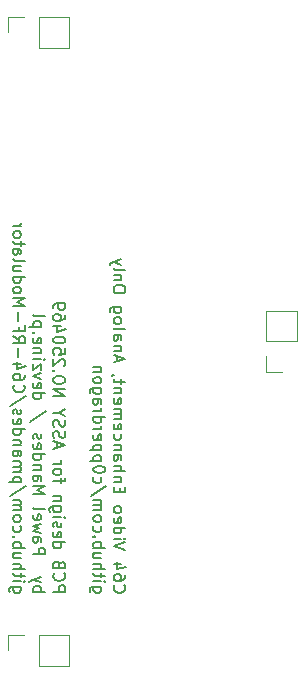
<source format=gbr>
G04 #@! TF.GenerationSoftware,KiCad,Pcbnew,(5.1.9)-1*
G04 #@! TF.CreationDate,2021-03-15T23:42:34+01:00*
G04 #@! TF.ProjectId,rfreplacement,72667265-706c-4616-9365-6d656e742e6b,rev?*
G04 #@! TF.SameCoordinates,Original*
G04 #@! TF.FileFunction,Legend,Bot*
G04 #@! TF.FilePolarity,Positive*
%FSLAX46Y46*%
G04 Gerber Fmt 4.6, Leading zero omitted, Abs format (unit mm)*
G04 Created by KiCad (PCBNEW (5.1.9)-1) date 2021-03-15 23:42:34*
%MOMM*%
%LPD*%
G01*
G04 APERTURE LIST*
%ADD10C,0.200000*%
%ADD11C,0.120000*%
G04 APERTURE END LIST*
D10*
X130892857Y-103708476D02*
X130845238Y-103756095D01*
X130797619Y-103898952D01*
X130797619Y-103994190D01*
X130845238Y-104137047D01*
X130940476Y-104232285D01*
X131035714Y-104279904D01*
X131226190Y-104327523D01*
X131369047Y-104327523D01*
X131559523Y-104279904D01*
X131654761Y-104232285D01*
X131750000Y-104137047D01*
X131797619Y-103994190D01*
X131797619Y-103898952D01*
X131750000Y-103756095D01*
X131702380Y-103708476D01*
X131797619Y-102851333D02*
X131797619Y-103041809D01*
X131750000Y-103137047D01*
X131702380Y-103184666D01*
X131559523Y-103279904D01*
X131369047Y-103327523D01*
X130988095Y-103327523D01*
X130892857Y-103279904D01*
X130845238Y-103232285D01*
X130797619Y-103137047D01*
X130797619Y-102946571D01*
X130845238Y-102851333D01*
X130892857Y-102803714D01*
X130988095Y-102756095D01*
X131226190Y-102756095D01*
X131321428Y-102803714D01*
X131369047Y-102851333D01*
X131416666Y-102946571D01*
X131416666Y-103137047D01*
X131369047Y-103232285D01*
X131321428Y-103279904D01*
X131226190Y-103327523D01*
X131464285Y-101898952D02*
X130797619Y-101898952D01*
X131845238Y-102137047D02*
X131130952Y-102375142D01*
X131130952Y-101756095D01*
X131797619Y-100756095D02*
X130797619Y-100422761D01*
X131797619Y-100089428D01*
X130797619Y-99756095D02*
X131464285Y-99756095D01*
X131797619Y-99756095D02*
X131750000Y-99803714D01*
X131702380Y-99756095D01*
X131750000Y-99708476D01*
X131797619Y-99756095D01*
X131702380Y-99756095D01*
X130797619Y-98851333D02*
X131797619Y-98851333D01*
X130845238Y-98851333D02*
X130797619Y-98946571D01*
X130797619Y-99137047D01*
X130845238Y-99232285D01*
X130892857Y-99279904D01*
X130988095Y-99327523D01*
X131273809Y-99327523D01*
X131369047Y-99279904D01*
X131416666Y-99232285D01*
X131464285Y-99137047D01*
X131464285Y-98946571D01*
X131416666Y-98851333D01*
X130845238Y-97994190D02*
X130797619Y-98089428D01*
X130797619Y-98279904D01*
X130845238Y-98375142D01*
X130940476Y-98422761D01*
X131321428Y-98422761D01*
X131416666Y-98375142D01*
X131464285Y-98279904D01*
X131464285Y-98089428D01*
X131416666Y-97994190D01*
X131321428Y-97946571D01*
X131226190Y-97946571D01*
X131130952Y-98422761D01*
X130797619Y-97375142D02*
X130845238Y-97470380D01*
X130892857Y-97518000D01*
X130988095Y-97565619D01*
X131273809Y-97565619D01*
X131369047Y-97518000D01*
X131416666Y-97470380D01*
X131464285Y-97375142D01*
X131464285Y-97232285D01*
X131416666Y-97137047D01*
X131369047Y-97089428D01*
X131273809Y-97041809D01*
X130988095Y-97041809D01*
X130892857Y-97089428D01*
X130845238Y-97137047D01*
X130797619Y-97232285D01*
X130797619Y-97375142D01*
X131321428Y-95851333D02*
X131321428Y-95518000D01*
X130797619Y-95375142D02*
X130797619Y-95851333D01*
X131797619Y-95851333D01*
X131797619Y-95375142D01*
X131464285Y-94946571D02*
X130797619Y-94946571D01*
X131369047Y-94946571D02*
X131416666Y-94898952D01*
X131464285Y-94803714D01*
X131464285Y-94660857D01*
X131416666Y-94565619D01*
X131321428Y-94518000D01*
X130797619Y-94518000D01*
X130797619Y-94041809D02*
X131797619Y-94041809D01*
X130797619Y-93613238D02*
X131321428Y-93613238D01*
X131416666Y-93660857D01*
X131464285Y-93756095D01*
X131464285Y-93898952D01*
X131416666Y-93994190D01*
X131369047Y-94041809D01*
X130797619Y-92708476D02*
X131321428Y-92708476D01*
X131416666Y-92756095D01*
X131464285Y-92851333D01*
X131464285Y-93041809D01*
X131416666Y-93137047D01*
X130845238Y-92708476D02*
X130797619Y-92803714D01*
X130797619Y-93041809D01*
X130845238Y-93137047D01*
X130940476Y-93184666D01*
X131035714Y-93184666D01*
X131130952Y-93137047D01*
X131178571Y-93041809D01*
X131178571Y-92803714D01*
X131226190Y-92708476D01*
X131464285Y-92232285D02*
X130797619Y-92232285D01*
X131369047Y-92232285D02*
X131416666Y-92184666D01*
X131464285Y-92089428D01*
X131464285Y-91946571D01*
X131416666Y-91851333D01*
X131321428Y-91803714D01*
X130797619Y-91803714D01*
X130845238Y-90898952D02*
X130797619Y-90994190D01*
X130797619Y-91184666D01*
X130845238Y-91279904D01*
X130892857Y-91327523D01*
X130988095Y-91375142D01*
X131273809Y-91375142D01*
X131369047Y-91327523D01*
X131416666Y-91279904D01*
X131464285Y-91184666D01*
X131464285Y-90994190D01*
X131416666Y-90898952D01*
X130845238Y-90089428D02*
X130797619Y-90184666D01*
X130797619Y-90375142D01*
X130845238Y-90470380D01*
X130940476Y-90518000D01*
X131321428Y-90518000D01*
X131416666Y-90470380D01*
X131464285Y-90375142D01*
X131464285Y-90184666D01*
X131416666Y-90089428D01*
X131321428Y-90041809D01*
X131226190Y-90041809D01*
X131130952Y-90518000D01*
X130797619Y-89613238D02*
X131464285Y-89613238D01*
X131369047Y-89613238D02*
X131416666Y-89565619D01*
X131464285Y-89470380D01*
X131464285Y-89327523D01*
X131416666Y-89232285D01*
X131321428Y-89184666D01*
X130797619Y-89184666D01*
X131321428Y-89184666D02*
X131416666Y-89137047D01*
X131464285Y-89041809D01*
X131464285Y-88898952D01*
X131416666Y-88803714D01*
X131321428Y-88756095D01*
X130797619Y-88756095D01*
X130845238Y-87898952D02*
X130797619Y-87994190D01*
X130797619Y-88184666D01*
X130845238Y-88279904D01*
X130940476Y-88327523D01*
X131321428Y-88327523D01*
X131416666Y-88279904D01*
X131464285Y-88184666D01*
X131464285Y-87994190D01*
X131416666Y-87898952D01*
X131321428Y-87851333D01*
X131226190Y-87851333D01*
X131130952Y-88327523D01*
X131464285Y-87422761D02*
X130797619Y-87422761D01*
X131369047Y-87422761D02*
X131416666Y-87375142D01*
X131464285Y-87279904D01*
X131464285Y-87137047D01*
X131416666Y-87041809D01*
X131321428Y-86994190D01*
X130797619Y-86994190D01*
X131464285Y-86660857D02*
X131464285Y-86279904D01*
X131797619Y-86518000D02*
X130940476Y-86518000D01*
X130845238Y-86470380D01*
X130797619Y-86375142D01*
X130797619Y-86279904D01*
X130845238Y-85898952D02*
X130797619Y-85898952D01*
X130702380Y-85946571D01*
X130654761Y-85994190D01*
X131083333Y-84756095D02*
X131083333Y-84279904D01*
X130797619Y-84851333D02*
X131797619Y-84518000D01*
X130797619Y-84184666D01*
X131464285Y-83851333D02*
X130797619Y-83851333D01*
X131369047Y-83851333D02*
X131416666Y-83803714D01*
X131464285Y-83708476D01*
X131464285Y-83565619D01*
X131416666Y-83470380D01*
X131321428Y-83422761D01*
X130797619Y-83422761D01*
X130797619Y-82518000D02*
X131321428Y-82518000D01*
X131416666Y-82565619D01*
X131464285Y-82660857D01*
X131464285Y-82851333D01*
X131416666Y-82946571D01*
X130845238Y-82518000D02*
X130797619Y-82613238D01*
X130797619Y-82851333D01*
X130845238Y-82946571D01*
X130940476Y-82994190D01*
X131035714Y-82994190D01*
X131130952Y-82946571D01*
X131178571Y-82851333D01*
X131178571Y-82613238D01*
X131226190Y-82518000D01*
X130797619Y-81898952D02*
X130845238Y-81994190D01*
X130940476Y-82041809D01*
X131797619Y-82041809D01*
X130797619Y-81375142D02*
X130845238Y-81470380D01*
X130892857Y-81518000D01*
X130988095Y-81565619D01*
X131273809Y-81565619D01*
X131369047Y-81518000D01*
X131416666Y-81470380D01*
X131464285Y-81375142D01*
X131464285Y-81232285D01*
X131416666Y-81137047D01*
X131369047Y-81089428D01*
X131273809Y-81041809D01*
X130988095Y-81041809D01*
X130892857Y-81089428D01*
X130845238Y-81137047D01*
X130797619Y-81232285D01*
X130797619Y-81375142D01*
X131464285Y-80184666D02*
X130654761Y-80184666D01*
X130559523Y-80232285D01*
X130511904Y-80279904D01*
X130464285Y-80375142D01*
X130464285Y-80518000D01*
X130511904Y-80613238D01*
X130845238Y-80184666D02*
X130797619Y-80279904D01*
X130797619Y-80470380D01*
X130845238Y-80565619D01*
X130892857Y-80613238D01*
X130988095Y-80660857D01*
X131273809Y-80660857D01*
X131369047Y-80613238D01*
X131416666Y-80565619D01*
X131464285Y-80470380D01*
X131464285Y-80279904D01*
X131416666Y-80184666D01*
X131797619Y-78756095D02*
X131797619Y-78565619D01*
X131750000Y-78470380D01*
X131654761Y-78375142D01*
X131464285Y-78327523D01*
X131130952Y-78327523D01*
X130940476Y-78375142D01*
X130845238Y-78470380D01*
X130797619Y-78565619D01*
X130797619Y-78756095D01*
X130845238Y-78851333D01*
X130940476Y-78946571D01*
X131130952Y-78994190D01*
X131464285Y-78994190D01*
X131654761Y-78946571D01*
X131750000Y-78851333D01*
X131797619Y-78756095D01*
X131464285Y-77898952D02*
X130797619Y-77898952D01*
X131369047Y-77898952D02*
X131416666Y-77851333D01*
X131464285Y-77756095D01*
X131464285Y-77613238D01*
X131416666Y-77518000D01*
X131321428Y-77470380D01*
X130797619Y-77470380D01*
X130797619Y-76851333D02*
X130845238Y-76946571D01*
X130940476Y-76994190D01*
X131797619Y-76994190D01*
X131464285Y-76565619D02*
X130797619Y-76327523D01*
X131464285Y-76089428D02*
X130797619Y-76327523D01*
X130559523Y-76422761D01*
X130511904Y-76470380D01*
X130464285Y-76565619D01*
X129764285Y-103851333D02*
X128954761Y-103851333D01*
X128859523Y-103898952D01*
X128811904Y-103946571D01*
X128764285Y-104041809D01*
X128764285Y-104184666D01*
X128811904Y-104279904D01*
X129145238Y-103851333D02*
X129097619Y-103946571D01*
X129097619Y-104137047D01*
X129145238Y-104232285D01*
X129192857Y-104279904D01*
X129288095Y-104327523D01*
X129573809Y-104327523D01*
X129669047Y-104279904D01*
X129716666Y-104232285D01*
X129764285Y-104137047D01*
X129764285Y-103946571D01*
X129716666Y-103851333D01*
X129097619Y-103375142D02*
X129764285Y-103375142D01*
X130097619Y-103375142D02*
X130050000Y-103422761D01*
X130002380Y-103375142D01*
X130050000Y-103327523D01*
X130097619Y-103375142D01*
X130002380Y-103375142D01*
X129764285Y-103041809D02*
X129764285Y-102660857D01*
X130097619Y-102898952D02*
X129240476Y-102898952D01*
X129145238Y-102851333D01*
X129097619Y-102756095D01*
X129097619Y-102660857D01*
X129097619Y-102327523D02*
X130097619Y-102327523D01*
X129097619Y-101898952D02*
X129621428Y-101898952D01*
X129716666Y-101946571D01*
X129764285Y-102041809D01*
X129764285Y-102184666D01*
X129716666Y-102279904D01*
X129669047Y-102327523D01*
X129764285Y-100994190D02*
X129097619Y-100994190D01*
X129764285Y-101422761D02*
X129240476Y-101422761D01*
X129145238Y-101375142D01*
X129097619Y-101279904D01*
X129097619Y-101137047D01*
X129145238Y-101041809D01*
X129192857Y-100994190D01*
X129097619Y-100518000D02*
X130097619Y-100518000D01*
X129716666Y-100518000D02*
X129764285Y-100422761D01*
X129764285Y-100232285D01*
X129716666Y-100137047D01*
X129669047Y-100089428D01*
X129573809Y-100041809D01*
X129288095Y-100041809D01*
X129192857Y-100089428D01*
X129145238Y-100137047D01*
X129097619Y-100232285D01*
X129097619Y-100422761D01*
X129145238Y-100518000D01*
X129192857Y-99613238D02*
X129145238Y-99565619D01*
X129097619Y-99613238D01*
X129145238Y-99660857D01*
X129192857Y-99613238D01*
X129097619Y-99613238D01*
X129145238Y-98708476D02*
X129097619Y-98803714D01*
X129097619Y-98994190D01*
X129145238Y-99089428D01*
X129192857Y-99137047D01*
X129288095Y-99184666D01*
X129573809Y-99184666D01*
X129669047Y-99137047D01*
X129716666Y-99089428D01*
X129764285Y-98994190D01*
X129764285Y-98803714D01*
X129716666Y-98708476D01*
X129097619Y-98137047D02*
X129145238Y-98232285D01*
X129192857Y-98279904D01*
X129288095Y-98327523D01*
X129573809Y-98327523D01*
X129669047Y-98279904D01*
X129716666Y-98232285D01*
X129764285Y-98137047D01*
X129764285Y-97994190D01*
X129716666Y-97898952D01*
X129669047Y-97851333D01*
X129573809Y-97803714D01*
X129288095Y-97803714D01*
X129192857Y-97851333D01*
X129145238Y-97898952D01*
X129097619Y-97994190D01*
X129097619Y-98137047D01*
X129097619Y-97375142D02*
X129764285Y-97375142D01*
X129669047Y-97375142D02*
X129716666Y-97327523D01*
X129764285Y-97232285D01*
X129764285Y-97089428D01*
X129716666Y-96994190D01*
X129621428Y-96946571D01*
X129097619Y-96946571D01*
X129621428Y-96946571D02*
X129716666Y-96898952D01*
X129764285Y-96803714D01*
X129764285Y-96660857D01*
X129716666Y-96565619D01*
X129621428Y-96518000D01*
X129097619Y-96518000D01*
X130145238Y-95327523D02*
X128859523Y-96184666D01*
X129145238Y-94565619D02*
X129097619Y-94660857D01*
X129097619Y-94851333D01*
X129145238Y-94946571D01*
X129192857Y-94994190D01*
X129288095Y-95041809D01*
X129573809Y-95041809D01*
X129669047Y-94994190D01*
X129716666Y-94946571D01*
X129764285Y-94851333D01*
X129764285Y-94660857D01*
X129716666Y-94565619D01*
X130097619Y-93946571D02*
X130097619Y-93851333D01*
X130050000Y-93756095D01*
X130002380Y-93708476D01*
X129907142Y-93660857D01*
X129716666Y-93613238D01*
X129478571Y-93613238D01*
X129288095Y-93660857D01*
X129192857Y-93708476D01*
X129145238Y-93756095D01*
X129097619Y-93851333D01*
X129097619Y-93946571D01*
X129145238Y-94041809D01*
X129192857Y-94089428D01*
X129288095Y-94137047D01*
X129478571Y-94184666D01*
X129716666Y-94184666D01*
X129907142Y-94137047D01*
X130002380Y-94089428D01*
X130050000Y-94041809D01*
X130097619Y-93946571D01*
X129764285Y-93184666D02*
X128764285Y-93184666D01*
X129716666Y-93184666D02*
X129764285Y-93089428D01*
X129764285Y-92898952D01*
X129716666Y-92803714D01*
X129669047Y-92756095D01*
X129573809Y-92708476D01*
X129288095Y-92708476D01*
X129192857Y-92756095D01*
X129145238Y-92803714D01*
X129097619Y-92898952D01*
X129097619Y-93089428D01*
X129145238Y-93184666D01*
X129764285Y-92279904D02*
X128764285Y-92279904D01*
X129716666Y-92279904D02*
X129764285Y-92184666D01*
X129764285Y-91994190D01*
X129716666Y-91898952D01*
X129669047Y-91851333D01*
X129573809Y-91803714D01*
X129288095Y-91803714D01*
X129192857Y-91851333D01*
X129145238Y-91898952D01*
X129097619Y-91994190D01*
X129097619Y-92184666D01*
X129145238Y-92279904D01*
X129145238Y-90994190D02*
X129097619Y-91089428D01*
X129097619Y-91279904D01*
X129145238Y-91375142D01*
X129240476Y-91422761D01*
X129621428Y-91422761D01*
X129716666Y-91375142D01*
X129764285Y-91279904D01*
X129764285Y-91089428D01*
X129716666Y-90994190D01*
X129621428Y-90946571D01*
X129526190Y-90946571D01*
X129430952Y-91422761D01*
X129097619Y-90518000D02*
X129764285Y-90518000D01*
X129573809Y-90518000D02*
X129669047Y-90470380D01*
X129716666Y-90422761D01*
X129764285Y-90327523D01*
X129764285Y-90232285D01*
X129097619Y-89470380D02*
X130097619Y-89470380D01*
X129145238Y-89470380D02*
X129097619Y-89565619D01*
X129097619Y-89756095D01*
X129145238Y-89851333D01*
X129192857Y-89898952D01*
X129288095Y-89946571D01*
X129573809Y-89946571D01*
X129669047Y-89898952D01*
X129716666Y-89851333D01*
X129764285Y-89756095D01*
X129764285Y-89565619D01*
X129716666Y-89470380D01*
X129097619Y-88994190D02*
X129764285Y-88994190D01*
X129573809Y-88994190D02*
X129669047Y-88946571D01*
X129716666Y-88898952D01*
X129764285Y-88803714D01*
X129764285Y-88708476D01*
X129097619Y-87946571D02*
X129621428Y-87946571D01*
X129716666Y-87994190D01*
X129764285Y-88089428D01*
X129764285Y-88279904D01*
X129716666Y-88375142D01*
X129145238Y-87946571D02*
X129097619Y-88041809D01*
X129097619Y-88279904D01*
X129145238Y-88375142D01*
X129240476Y-88422761D01*
X129335714Y-88422761D01*
X129430952Y-88375142D01*
X129478571Y-88279904D01*
X129478571Y-88041809D01*
X129526190Y-87946571D01*
X129764285Y-87041809D02*
X128954761Y-87041809D01*
X128859523Y-87089428D01*
X128811904Y-87137047D01*
X128764285Y-87232285D01*
X128764285Y-87375142D01*
X128811904Y-87470380D01*
X129145238Y-87041809D02*
X129097619Y-87137047D01*
X129097619Y-87327523D01*
X129145238Y-87422761D01*
X129192857Y-87470380D01*
X129288095Y-87518000D01*
X129573809Y-87518000D01*
X129669047Y-87470380D01*
X129716666Y-87422761D01*
X129764285Y-87327523D01*
X129764285Y-87137047D01*
X129716666Y-87041809D01*
X129097619Y-86422761D02*
X129145238Y-86518000D01*
X129192857Y-86565619D01*
X129288095Y-86613238D01*
X129573809Y-86613238D01*
X129669047Y-86565619D01*
X129716666Y-86518000D01*
X129764285Y-86422761D01*
X129764285Y-86279904D01*
X129716666Y-86184666D01*
X129669047Y-86137047D01*
X129573809Y-86089428D01*
X129288095Y-86089428D01*
X129192857Y-86137047D01*
X129145238Y-86184666D01*
X129097619Y-86279904D01*
X129097619Y-86422761D01*
X129764285Y-85660857D02*
X129097619Y-85660857D01*
X129669047Y-85660857D02*
X129716666Y-85613238D01*
X129764285Y-85518000D01*
X129764285Y-85375142D01*
X129716666Y-85279904D01*
X129621428Y-85232285D01*
X129097619Y-85232285D01*
X125697619Y-104279904D02*
X126697619Y-104279904D01*
X126697619Y-103898952D01*
X126650000Y-103803714D01*
X126602380Y-103756095D01*
X126507142Y-103708476D01*
X126364285Y-103708476D01*
X126269047Y-103756095D01*
X126221428Y-103803714D01*
X126173809Y-103898952D01*
X126173809Y-104279904D01*
X125792857Y-102708476D02*
X125745238Y-102756095D01*
X125697619Y-102898952D01*
X125697619Y-102994190D01*
X125745238Y-103137047D01*
X125840476Y-103232285D01*
X125935714Y-103279904D01*
X126126190Y-103327523D01*
X126269047Y-103327523D01*
X126459523Y-103279904D01*
X126554761Y-103232285D01*
X126650000Y-103137047D01*
X126697619Y-102994190D01*
X126697619Y-102898952D01*
X126650000Y-102756095D01*
X126602380Y-102708476D01*
X126221428Y-101946571D02*
X126173809Y-101803714D01*
X126126190Y-101756095D01*
X126030952Y-101708476D01*
X125888095Y-101708476D01*
X125792857Y-101756095D01*
X125745238Y-101803714D01*
X125697619Y-101898952D01*
X125697619Y-102279904D01*
X126697619Y-102279904D01*
X126697619Y-101946571D01*
X126650000Y-101851333D01*
X126602380Y-101803714D01*
X126507142Y-101756095D01*
X126411904Y-101756095D01*
X126316666Y-101803714D01*
X126269047Y-101851333D01*
X126221428Y-101946571D01*
X126221428Y-102279904D01*
X125697619Y-100089428D02*
X126697619Y-100089428D01*
X125745238Y-100089428D02*
X125697619Y-100184666D01*
X125697619Y-100375142D01*
X125745238Y-100470380D01*
X125792857Y-100518000D01*
X125888095Y-100565619D01*
X126173809Y-100565619D01*
X126269047Y-100518000D01*
X126316666Y-100470380D01*
X126364285Y-100375142D01*
X126364285Y-100184666D01*
X126316666Y-100089428D01*
X125745238Y-99232285D02*
X125697619Y-99327523D01*
X125697619Y-99518000D01*
X125745238Y-99613238D01*
X125840476Y-99660857D01*
X126221428Y-99660857D01*
X126316666Y-99613238D01*
X126364285Y-99518000D01*
X126364285Y-99327523D01*
X126316666Y-99232285D01*
X126221428Y-99184666D01*
X126126190Y-99184666D01*
X126030952Y-99660857D01*
X125745238Y-98803714D02*
X125697619Y-98708476D01*
X125697619Y-98518000D01*
X125745238Y-98422761D01*
X125840476Y-98375142D01*
X125888095Y-98375142D01*
X125983333Y-98422761D01*
X126030952Y-98518000D01*
X126030952Y-98660857D01*
X126078571Y-98756095D01*
X126173809Y-98803714D01*
X126221428Y-98803714D01*
X126316666Y-98756095D01*
X126364285Y-98660857D01*
X126364285Y-98518000D01*
X126316666Y-98422761D01*
X125697619Y-97946571D02*
X126364285Y-97946571D01*
X126697619Y-97946571D02*
X126650000Y-97994190D01*
X126602380Y-97946571D01*
X126650000Y-97898952D01*
X126697619Y-97946571D01*
X126602380Y-97946571D01*
X126364285Y-97041809D02*
X125554761Y-97041809D01*
X125459523Y-97089428D01*
X125411904Y-97137047D01*
X125364285Y-97232285D01*
X125364285Y-97375142D01*
X125411904Y-97470380D01*
X125745238Y-97041809D02*
X125697619Y-97137047D01*
X125697619Y-97327523D01*
X125745238Y-97422761D01*
X125792857Y-97470380D01*
X125888095Y-97518000D01*
X126173809Y-97518000D01*
X126269047Y-97470380D01*
X126316666Y-97422761D01*
X126364285Y-97327523D01*
X126364285Y-97137047D01*
X126316666Y-97041809D01*
X126364285Y-96565619D02*
X125697619Y-96565619D01*
X126269047Y-96565619D02*
X126316666Y-96518000D01*
X126364285Y-96422761D01*
X126364285Y-96279904D01*
X126316666Y-96184666D01*
X126221428Y-96137047D01*
X125697619Y-96137047D01*
X126364285Y-95041809D02*
X126364285Y-94660857D01*
X125697619Y-94898952D02*
X126554761Y-94898952D01*
X126650000Y-94851333D01*
X126697619Y-94756095D01*
X126697619Y-94660857D01*
X125697619Y-94184666D02*
X125745238Y-94279904D01*
X125792857Y-94327523D01*
X125888095Y-94375142D01*
X126173809Y-94375142D01*
X126269047Y-94327523D01*
X126316666Y-94279904D01*
X126364285Y-94184666D01*
X126364285Y-94041809D01*
X126316666Y-93946571D01*
X126269047Y-93898952D01*
X126173809Y-93851333D01*
X125888095Y-93851333D01*
X125792857Y-93898952D01*
X125745238Y-93946571D01*
X125697619Y-94041809D01*
X125697619Y-94184666D01*
X125697619Y-93422761D02*
X126364285Y-93422761D01*
X126173809Y-93422761D02*
X126269047Y-93375142D01*
X126316666Y-93327523D01*
X126364285Y-93232285D01*
X126364285Y-93137047D01*
X125983333Y-92089428D02*
X125983333Y-91613238D01*
X125697619Y-92184666D02*
X126697619Y-91851333D01*
X125697619Y-91518000D01*
X125745238Y-91232285D02*
X125697619Y-91089428D01*
X125697619Y-90851333D01*
X125745238Y-90756095D01*
X125792857Y-90708476D01*
X125888095Y-90660857D01*
X125983333Y-90660857D01*
X126078571Y-90708476D01*
X126126190Y-90756095D01*
X126173809Y-90851333D01*
X126221428Y-91041809D01*
X126269047Y-91137047D01*
X126316666Y-91184666D01*
X126411904Y-91232285D01*
X126507142Y-91232285D01*
X126602380Y-91184666D01*
X126650000Y-91137047D01*
X126697619Y-91041809D01*
X126697619Y-90803714D01*
X126650000Y-90660857D01*
X125745238Y-90279904D02*
X125697619Y-90137047D01*
X125697619Y-89898952D01*
X125745238Y-89803714D01*
X125792857Y-89756095D01*
X125888095Y-89708476D01*
X125983333Y-89708476D01*
X126078571Y-89756095D01*
X126126190Y-89803714D01*
X126173809Y-89898952D01*
X126221428Y-90089428D01*
X126269047Y-90184666D01*
X126316666Y-90232285D01*
X126411904Y-90279904D01*
X126507142Y-90279904D01*
X126602380Y-90232285D01*
X126650000Y-90184666D01*
X126697619Y-90089428D01*
X126697619Y-89851333D01*
X126650000Y-89708476D01*
X126173809Y-89089428D02*
X125697619Y-89089428D01*
X126697619Y-89422761D02*
X126173809Y-89089428D01*
X126697619Y-88756095D01*
X125697619Y-87660857D02*
X126697619Y-87660857D01*
X125697619Y-87089428D01*
X126697619Y-87089428D01*
X126697619Y-86422761D02*
X126697619Y-86232285D01*
X126650000Y-86137047D01*
X126554761Y-86041809D01*
X126364285Y-85994190D01*
X126030952Y-85994190D01*
X125840476Y-86041809D01*
X125745238Y-86137047D01*
X125697619Y-86232285D01*
X125697619Y-86422761D01*
X125745238Y-86518000D01*
X125840476Y-86613238D01*
X126030952Y-86660857D01*
X126364285Y-86660857D01*
X126554761Y-86613238D01*
X126650000Y-86518000D01*
X126697619Y-86422761D01*
X125792857Y-85565619D02*
X125745238Y-85518000D01*
X125697619Y-85565619D01*
X125745238Y-85613238D01*
X125792857Y-85565619D01*
X125697619Y-85565619D01*
X126602380Y-85137047D02*
X126650000Y-85089428D01*
X126697619Y-84994190D01*
X126697619Y-84756095D01*
X126650000Y-84660857D01*
X126602380Y-84613238D01*
X126507142Y-84565619D01*
X126411904Y-84565619D01*
X126269047Y-84613238D01*
X125697619Y-85184666D01*
X125697619Y-84565619D01*
X126697619Y-83660857D02*
X126697619Y-84137047D01*
X126221428Y-84184666D01*
X126269047Y-84137047D01*
X126316666Y-84041809D01*
X126316666Y-83803714D01*
X126269047Y-83708476D01*
X126221428Y-83660857D01*
X126126190Y-83613238D01*
X125888095Y-83613238D01*
X125792857Y-83660857D01*
X125745238Y-83708476D01*
X125697619Y-83803714D01*
X125697619Y-84041809D01*
X125745238Y-84137047D01*
X125792857Y-84184666D01*
X126697619Y-82994190D02*
X126697619Y-82898952D01*
X126650000Y-82803714D01*
X126602380Y-82756095D01*
X126507142Y-82708476D01*
X126316666Y-82660857D01*
X126078571Y-82660857D01*
X125888095Y-82708476D01*
X125792857Y-82756095D01*
X125745238Y-82803714D01*
X125697619Y-82898952D01*
X125697619Y-82994190D01*
X125745238Y-83089428D01*
X125792857Y-83137047D01*
X125888095Y-83184666D01*
X126078571Y-83232285D01*
X126316666Y-83232285D01*
X126507142Y-83184666D01*
X126602380Y-83137047D01*
X126650000Y-83089428D01*
X126697619Y-82994190D01*
X126364285Y-81803714D02*
X125697619Y-81803714D01*
X126745238Y-82041809D02*
X126030952Y-82279904D01*
X126030952Y-81660857D01*
X126697619Y-80851333D02*
X126697619Y-81041809D01*
X126650000Y-81137047D01*
X126602380Y-81184666D01*
X126459523Y-81279904D01*
X126269047Y-81327523D01*
X125888095Y-81327523D01*
X125792857Y-81279904D01*
X125745238Y-81232285D01*
X125697619Y-81137047D01*
X125697619Y-80946571D01*
X125745238Y-80851333D01*
X125792857Y-80803714D01*
X125888095Y-80756095D01*
X126126190Y-80756095D01*
X126221428Y-80803714D01*
X126269047Y-80851333D01*
X126316666Y-80946571D01*
X126316666Y-81137047D01*
X126269047Y-81232285D01*
X126221428Y-81279904D01*
X126126190Y-81327523D01*
X125697619Y-80279904D02*
X125697619Y-80089428D01*
X125745238Y-79994190D01*
X125792857Y-79946571D01*
X125935714Y-79851333D01*
X126126190Y-79803714D01*
X126507142Y-79803714D01*
X126602380Y-79851333D01*
X126650000Y-79898952D01*
X126697619Y-79994190D01*
X126697619Y-80184666D01*
X126650000Y-80279904D01*
X126602380Y-80327523D01*
X126507142Y-80375142D01*
X126269047Y-80375142D01*
X126173809Y-80327523D01*
X126126190Y-80279904D01*
X126078571Y-80184666D01*
X126078571Y-79994190D01*
X126126190Y-79898952D01*
X126173809Y-79851333D01*
X126269047Y-79803714D01*
X123997619Y-104279904D02*
X124997619Y-104279904D01*
X124616666Y-104279904D02*
X124664285Y-104184666D01*
X124664285Y-103994190D01*
X124616666Y-103898952D01*
X124569047Y-103851333D01*
X124473809Y-103803714D01*
X124188095Y-103803714D01*
X124092857Y-103851333D01*
X124045238Y-103898952D01*
X123997619Y-103994190D01*
X123997619Y-104184666D01*
X124045238Y-104279904D01*
X124664285Y-103470380D02*
X123997619Y-103232285D01*
X124664285Y-102994190D02*
X123997619Y-103232285D01*
X123759523Y-103327523D01*
X123711904Y-103375142D01*
X123664285Y-103470380D01*
X123997619Y-101089428D02*
X124997619Y-101089428D01*
X124997619Y-100708476D01*
X124950000Y-100613238D01*
X124902380Y-100565619D01*
X124807142Y-100518000D01*
X124664285Y-100518000D01*
X124569047Y-100565619D01*
X124521428Y-100613238D01*
X124473809Y-100708476D01*
X124473809Y-101089428D01*
X123997619Y-99660857D02*
X124521428Y-99660857D01*
X124616666Y-99708476D01*
X124664285Y-99803714D01*
X124664285Y-99994190D01*
X124616666Y-100089428D01*
X124045238Y-99660857D02*
X123997619Y-99756095D01*
X123997619Y-99994190D01*
X124045238Y-100089428D01*
X124140476Y-100137047D01*
X124235714Y-100137047D01*
X124330952Y-100089428D01*
X124378571Y-99994190D01*
X124378571Y-99756095D01*
X124426190Y-99660857D01*
X124664285Y-99279904D02*
X123997619Y-99089428D01*
X124473809Y-98898952D01*
X123997619Y-98708476D01*
X124664285Y-98518000D01*
X124045238Y-97756095D02*
X123997619Y-97851333D01*
X123997619Y-98041809D01*
X124045238Y-98137047D01*
X124140476Y-98184666D01*
X124521428Y-98184666D01*
X124616666Y-98137047D01*
X124664285Y-98041809D01*
X124664285Y-97851333D01*
X124616666Y-97756095D01*
X124521428Y-97708476D01*
X124426190Y-97708476D01*
X124330952Y-98184666D01*
X123997619Y-97137047D02*
X124045238Y-97232285D01*
X124140476Y-97279904D01*
X124997619Y-97279904D01*
X123997619Y-95994190D02*
X124997619Y-95994190D01*
X124283333Y-95660857D01*
X124997619Y-95327523D01*
X123997619Y-95327523D01*
X123997619Y-94422761D02*
X124521428Y-94422761D01*
X124616666Y-94470380D01*
X124664285Y-94565619D01*
X124664285Y-94756095D01*
X124616666Y-94851333D01*
X124045238Y-94422761D02*
X123997619Y-94518000D01*
X123997619Y-94756095D01*
X124045238Y-94851333D01*
X124140476Y-94898952D01*
X124235714Y-94898952D01*
X124330952Y-94851333D01*
X124378571Y-94756095D01*
X124378571Y-94518000D01*
X124426190Y-94422761D01*
X124664285Y-93946571D02*
X123997619Y-93946571D01*
X124569047Y-93946571D02*
X124616666Y-93898952D01*
X124664285Y-93803714D01*
X124664285Y-93660857D01*
X124616666Y-93565619D01*
X124521428Y-93518000D01*
X123997619Y-93518000D01*
X123997619Y-92613238D02*
X124997619Y-92613238D01*
X124045238Y-92613238D02*
X123997619Y-92708476D01*
X123997619Y-92898952D01*
X124045238Y-92994190D01*
X124092857Y-93041809D01*
X124188095Y-93089428D01*
X124473809Y-93089428D01*
X124569047Y-93041809D01*
X124616666Y-92994190D01*
X124664285Y-92898952D01*
X124664285Y-92708476D01*
X124616666Y-92613238D01*
X124045238Y-91756095D02*
X123997619Y-91851333D01*
X123997619Y-92041809D01*
X124045238Y-92137047D01*
X124140476Y-92184666D01*
X124521428Y-92184666D01*
X124616666Y-92137047D01*
X124664285Y-92041809D01*
X124664285Y-91851333D01*
X124616666Y-91756095D01*
X124521428Y-91708476D01*
X124426190Y-91708476D01*
X124330952Y-92184666D01*
X124045238Y-91327523D02*
X123997619Y-91232285D01*
X123997619Y-91041809D01*
X124045238Y-90946571D01*
X124140476Y-90898952D01*
X124188095Y-90898952D01*
X124283333Y-90946571D01*
X124330952Y-91041809D01*
X124330952Y-91184666D01*
X124378571Y-91279904D01*
X124473809Y-91327523D01*
X124521428Y-91327523D01*
X124616666Y-91279904D01*
X124664285Y-91184666D01*
X124664285Y-91041809D01*
X124616666Y-90946571D01*
X125045238Y-88994190D02*
X123759523Y-89851333D01*
X123997619Y-87470380D02*
X124997619Y-87470380D01*
X124045238Y-87470380D02*
X123997619Y-87565619D01*
X123997619Y-87756095D01*
X124045238Y-87851333D01*
X124092857Y-87898952D01*
X124188095Y-87946571D01*
X124473809Y-87946571D01*
X124569047Y-87898952D01*
X124616666Y-87851333D01*
X124664285Y-87756095D01*
X124664285Y-87565619D01*
X124616666Y-87470380D01*
X124045238Y-86613238D02*
X123997619Y-86708476D01*
X123997619Y-86898952D01*
X124045238Y-86994190D01*
X124140476Y-87041809D01*
X124521428Y-87041809D01*
X124616666Y-86994190D01*
X124664285Y-86898952D01*
X124664285Y-86708476D01*
X124616666Y-86613238D01*
X124521428Y-86565619D01*
X124426190Y-86565619D01*
X124330952Y-87041809D01*
X124664285Y-86232285D02*
X123997619Y-85994190D01*
X124664285Y-85756095D01*
X124664285Y-85470380D02*
X124664285Y-84946571D01*
X123997619Y-85470380D01*
X123997619Y-84946571D01*
X123997619Y-84565619D02*
X124664285Y-84565619D01*
X124997619Y-84565619D02*
X124950000Y-84613238D01*
X124902380Y-84565619D01*
X124950000Y-84518000D01*
X124997619Y-84565619D01*
X124902380Y-84565619D01*
X124664285Y-84089428D02*
X123997619Y-84089428D01*
X124569047Y-84089428D02*
X124616666Y-84041809D01*
X124664285Y-83946571D01*
X124664285Y-83803714D01*
X124616666Y-83708476D01*
X124521428Y-83660857D01*
X123997619Y-83660857D01*
X124045238Y-82803714D02*
X123997619Y-82898952D01*
X123997619Y-83089428D01*
X124045238Y-83184666D01*
X124140476Y-83232285D01*
X124521428Y-83232285D01*
X124616666Y-83184666D01*
X124664285Y-83089428D01*
X124664285Y-82898952D01*
X124616666Y-82803714D01*
X124521428Y-82756095D01*
X124426190Y-82756095D01*
X124330952Y-83232285D01*
X124092857Y-82327523D02*
X124045238Y-82279904D01*
X123997619Y-82327523D01*
X124045238Y-82375142D01*
X124092857Y-82327523D01*
X123997619Y-82327523D01*
X124664285Y-81851333D02*
X123664285Y-81851333D01*
X124616666Y-81851333D02*
X124664285Y-81756095D01*
X124664285Y-81565619D01*
X124616666Y-81470380D01*
X124569047Y-81422761D01*
X124473809Y-81375142D01*
X124188095Y-81375142D01*
X124092857Y-81422761D01*
X124045238Y-81470380D01*
X123997619Y-81565619D01*
X123997619Y-81756095D01*
X124045238Y-81851333D01*
X123997619Y-80803714D02*
X124045238Y-80898952D01*
X124140476Y-80946571D01*
X124997619Y-80946571D01*
X122964285Y-103851333D02*
X122154761Y-103851333D01*
X122059523Y-103898952D01*
X122011904Y-103946571D01*
X121964285Y-104041809D01*
X121964285Y-104184666D01*
X122011904Y-104279904D01*
X122345238Y-103851333D02*
X122297619Y-103946571D01*
X122297619Y-104137047D01*
X122345238Y-104232285D01*
X122392857Y-104279904D01*
X122488095Y-104327523D01*
X122773809Y-104327523D01*
X122869047Y-104279904D01*
X122916666Y-104232285D01*
X122964285Y-104137047D01*
X122964285Y-103946571D01*
X122916666Y-103851333D01*
X122297619Y-103375142D02*
X122964285Y-103375142D01*
X123297619Y-103375142D02*
X123250000Y-103422761D01*
X123202380Y-103375142D01*
X123250000Y-103327523D01*
X123297619Y-103375142D01*
X123202380Y-103375142D01*
X122964285Y-103041809D02*
X122964285Y-102660857D01*
X123297619Y-102898952D02*
X122440476Y-102898952D01*
X122345238Y-102851333D01*
X122297619Y-102756095D01*
X122297619Y-102660857D01*
X122297619Y-102327523D02*
X123297619Y-102327523D01*
X122297619Y-101898952D02*
X122821428Y-101898952D01*
X122916666Y-101946571D01*
X122964285Y-102041809D01*
X122964285Y-102184666D01*
X122916666Y-102279904D01*
X122869047Y-102327523D01*
X122964285Y-100994190D02*
X122297619Y-100994190D01*
X122964285Y-101422761D02*
X122440476Y-101422761D01*
X122345238Y-101375142D01*
X122297619Y-101279904D01*
X122297619Y-101137047D01*
X122345238Y-101041809D01*
X122392857Y-100994190D01*
X122297619Y-100518000D02*
X123297619Y-100518000D01*
X122916666Y-100518000D02*
X122964285Y-100422761D01*
X122964285Y-100232285D01*
X122916666Y-100137047D01*
X122869047Y-100089428D01*
X122773809Y-100041809D01*
X122488095Y-100041809D01*
X122392857Y-100089428D01*
X122345238Y-100137047D01*
X122297619Y-100232285D01*
X122297619Y-100422761D01*
X122345238Y-100518000D01*
X122392857Y-99613238D02*
X122345238Y-99565619D01*
X122297619Y-99613238D01*
X122345238Y-99660857D01*
X122392857Y-99613238D01*
X122297619Y-99613238D01*
X122345238Y-98708476D02*
X122297619Y-98803714D01*
X122297619Y-98994190D01*
X122345238Y-99089428D01*
X122392857Y-99137047D01*
X122488095Y-99184666D01*
X122773809Y-99184666D01*
X122869047Y-99137047D01*
X122916666Y-99089428D01*
X122964285Y-98994190D01*
X122964285Y-98803714D01*
X122916666Y-98708476D01*
X122297619Y-98137047D02*
X122345238Y-98232285D01*
X122392857Y-98279904D01*
X122488095Y-98327523D01*
X122773809Y-98327523D01*
X122869047Y-98279904D01*
X122916666Y-98232285D01*
X122964285Y-98137047D01*
X122964285Y-97994190D01*
X122916666Y-97898952D01*
X122869047Y-97851333D01*
X122773809Y-97803714D01*
X122488095Y-97803714D01*
X122392857Y-97851333D01*
X122345238Y-97898952D01*
X122297619Y-97994190D01*
X122297619Y-98137047D01*
X122297619Y-97375142D02*
X122964285Y-97375142D01*
X122869047Y-97375142D02*
X122916666Y-97327523D01*
X122964285Y-97232285D01*
X122964285Y-97089428D01*
X122916666Y-96994190D01*
X122821428Y-96946571D01*
X122297619Y-96946571D01*
X122821428Y-96946571D02*
X122916666Y-96898952D01*
X122964285Y-96803714D01*
X122964285Y-96660857D01*
X122916666Y-96565619D01*
X122821428Y-96518000D01*
X122297619Y-96518000D01*
X123345238Y-95327523D02*
X122059523Y-96184666D01*
X122964285Y-94994190D02*
X121964285Y-94994190D01*
X122916666Y-94994190D02*
X122964285Y-94898952D01*
X122964285Y-94708476D01*
X122916666Y-94613238D01*
X122869047Y-94565619D01*
X122773809Y-94518000D01*
X122488095Y-94518000D01*
X122392857Y-94565619D01*
X122345238Y-94613238D01*
X122297619Y-94708476D01*
X122297619Y-94898952D01*
X122345238Y-94994190D01*
X122297619Y-94089428D02*
X122964285Y-94089428D01*
X122869047Y-94089428D02*
X122916666Y-94041809D01*
X122964285Y-93946571D01*
X122964285Y-93803714D01*
X122916666Y-93708476D01*
X122821428Y-93660857D01*
X122297619Y-93660857D01*
X122821428Y-93660857D02*
X122916666Y-93613238D01*
X122964285Y-93518000D01*
X122964285Y-93375142D01*
X122916666Y-93279904D01*
X122821428Y-93232285D01*
X122297619Y-93232285D01*
X122297619Y-92327523D02*
X122821428Y-92327523D01*
X122916666Y-92375142D01*
X122964285Y-92470380D01*
X122964285Y-92660857D01*
X122916666Y-92756095D01*
X122345238Y-92327523D02*
X122297619Y-92422761D01*
X122297619Y-92660857D01*
X122345238Y-92756095D01*
X122440476Y-92803714D01*
X122535714Y-92803714D01*
X122630952Y-92756095D01*
X122678571Y-92660857D01*
X122678571Y-92422761D01*
X122726190Y-92327523D01*
X122964285Y-91851333D02*
X122297619Y-91851333D01*
X122869047Y-91851333D02*
X122916666Y-91803714D01*
X122964285Y-91708476D01*
X122964285Y-91565619D01*
X122916666Y-91470380D01*
X122821428Y-91422761D01*
X122297619Y-91422761D01*
X122297619Y-90518000D02*
X123297619Y-90518000D01*
X122345238Y-90518000D02*
X122297619Y-90613238D01*
X122297619Y-90803714D01*
X122345238Y-90898952D01*
X122392857Y-90946571D01*
X122488095Y-90994190D01*
X122773809Y-90994190D01*
X122869047Y-90946571D01*
X122916666Y-90898952D01*
X122964285Y-90803714D01*
X122964285Y-90613238D01*
X122916666Y-90518000D01*
X122345238Y-89660857D02*
X122297619Y-89756095D01*
X122297619Y-89946571D01*
X122345238Y-90041809D01*
X122440476Y-90089428D01*
X122821428Y-90089428D01*
X122916666Y-90041809D01*
X122964285Y-89946571D01*
X122964285Y-89756095D01*
X122916666Y-89660857D01*
X122821428Y-89613238D01*
X122726190Y-89613238D01*
X122630952Y-90089428D01*
X122345238Y-89232285D02*
X122297619Y-89137047D01*
X122297619Y-88946571D01*
X122345238Y-88851333D01*
X122440476Y-88803714D01*
X122488095Y-88803714D01*
X122583333Y-88851333D01*
X122630952Y-88946571D01*
X122630952Y-89089428D01*
X122678571Y-89184666D01*
X122773809Y-89232285D01*
X122821428Y-89232285D01*
X122916666Y-89184666D01*
X122964285Y-89089428D01*
X122964285Y-88946571D01*
X122916666Y-88851333D01*
X123345238Y-87660857D02*
X122059523Y-88518000D01*
X122392857Y-86756095D02*
X122345238Y-86803714D01*
X122297619Y-86946571D01*
X122297619Y-87041809D01*
X122345238Y-87184666D01*
X122440476Y-87279904D01*
X122535714Y-87327523D01*
X122726190Y-87375142D01*
X122869047Y-87375142D01*
X123059523Y-87327523D01*
X123154761Y-87279904D01*
X123250000Y-87184666D01*
X123297619Y-87041809D01*
X123297619Y-86946571D01*
X123250000Y-86803714D01*
X123202380Y-86756095D01*
X123297619Y-85898952D02*
X123297619Y-86089428D01*
X123250000Y-86184666D01*
X123202380Y-86232285D01*
X123059523Y-86327523D01*
X122869047Y-86375142D01*
X122488095Y-86375142D01*
X122392857Y-86327523D01*
X122345238Y-86279904D01*
X122297619Y-86184666D01*
X122297619Y-85994190D01*
X122345238Y-85898952D01*
X122392857Y-85851333D01*
X122488095Y-85803714D01*
X122726190Y-85803714D01*
X122821428Y-85851333D01*
X122869047Y-85898952D01*
X122916666Y-85994190D01*
X122916666Y-86184666D01*
X122869047Y-86279904D01*
X122821428Y-86327523D01*
X122726190Y-86375142D01*
X122964285Y-84946571D02*
X122297619Y-84946571D01*
X123345238Y-85184666D02*
X122630952Y-85422761D01*
X122630952Y-84803714D01*
X122678571Y-84422761D02*
X122678571Y-83660857D01*
X122297619Y-82613238D02*
X122773809Y-82946571D01*
X122297619Y-83184666D02*
X123297619Y-83184666D01*
X123297619Y-82803714D01*
X123250000Y-82708476D01*
X123202380Y-82660857D01*
X123107142Y-82613238D01*
X122964285Y-82613238D01*
X122869047Y-82660857D01*
X122821428Y-82708476D01*
X122773809Y-82803714D01*
X122773809Y-83184666D01*
X122821428Y-81851333D02*
X122821428Y-82184666D01*
X122297619Y-82184666D02*
X123297619Y-82184666D01*
X123297619Y-81708476D01*
X122678571Y-81327523D02*
X122678571Y-80565619D01*
X122297619Y-80089428D02*
X123297619Y-80089428D01*
X122583333Y-79756095D01*
X123297619Y-79422761D01*
X122297619Y-79422761D01*
X122297619Y-78803714D02*
X122345238Y-78898952D01*
X122392857Y-78946571D01*
X122488095Y-78994190D01*
X122773809Y-78994190D01*
X122869047Y-78946571D01*
X122916666Y-78898952D01*
X122964285Y-78803714D01*
X122964285Y-78660857D01*
X122916666Y-78565619D01*
X122869047Y-78518000D01*
X122773809Y-78470380D01*
X122488095Y-78470380D01*
X122392857Y-78518000D01*
X122345238Y-78565619D01*
X122297619Y-78660857D01*
X122297619Y-78803714D01*
X122297619Y-77613238D02*
X123297619Y-77613238D01*
X122345238Y-77613238D02*
X122297619Y-77708476D01*
X122297619Y-77898952D01*
X122345238Y-77994190D01*
X122392857Y-78041809D01*
X122488095Y-78089428D01*
X122773809Y-78089428D01*
X122869047Y-78041809D01*
X122916666Y-77994190D01*
X122964285Y-77898952D01*
X122964285Y-77708476D01*
X122916666Y-77613238D01*
X122964285Y-76708476D02*
X122297619Y-76708476D01*
X122964285Y-77137047D02*
X122440476Y-77137047D01*
X122345238Y-77089428D01*
X122297619Y-76994190D01*
X122297619Y-76851333D01*
X122345238Y-76756095D01*
X122392857Y-76708476D01*
X122297619Y-76089428D02*
X122345238Y-76184666D01*
X122440476Y-76232285D01*
X123297619Y-76232285D01*
X122297619Y-75279904D02*
X122821428Y-75279904D01*
X122916666Y-75327523D01*
X122964285Y-75422761D01*
X122964285Y-75613238D01*
X122916666Y-75708476D01*
X122345238Y-75279904D02*
X122297619Y-75375142D01*
X122297619Y-75613238D01*
X122345238Y-75708476D01*
X122440476Y-75756095D01*
X122535714Y-75756095D01*
X122630952Y-75708476D01*
X122678571Y-75613238D01*
X122678571Y-75375142D01*
X122726190Y-75279904D01*
X122964285Y-74946571D02*
X122964285Y-74565619D01*
X123297619Y-74803714D02*
X122440476Y-74803714D01*
X122345238Y-74756095D01*
X122297619Y-74660857D01*
X122297619Y-74565619D01*
X122297619Y-74089428D02*
X122345238Y-74184666D01*
X122392857Y-74232285D01*
X122488095Y-74279904D01*
X122773809Y-74279904D01*
X122869047Y-74232285D01*
X122916666Y-74184666D01*
X122964285Y-74089428D01*
X122964285Y-73946571D01*
X122916666Y-73851333D01*
X122869047Y-73803714D01*
X122773809Y-73756095D01*
X122488095Y-73756095D01*
X122392857Y-73803714D01*
X122345238Y-73851333D01*
X122297619Y-73946571D01*
X122297619Y-74089428D01*
X122297619Y-73327523D02*
X122964285Y-73327523D01*
X122773809Y-73327523D02*
X122869047Y-73279904D01*
X122916666Y-73232285D01*
X122964285Y-73137047D01*
X122964285Y-73041809D01*
D11*
X121860000Y-55566000D02*
X121860000Y-56896000D01*
X123190000Y-55566000D02*
X121860000Y-55566000D01*
X124460000Y-55566000D02*
X124460000Y-58226000D01*
X124460000Y-58226000D02*
X127060000Y-58226000D01*
X124460000Y-55566000D02*
X127060000Y-55566000D01*
X127060000Y-55566000D02*
X127060000Y-58226000D01*
X121860000Y-107890000D02*
X121860000Y-109220000D01*
X123190000Y-107890000D02*
X121860000Y-107890000D01*
X124460000Y-107890000D02*
X124460000Y-110550000D01*
X124460000Y-110550000D02*
X127060000Y-110550000D01*
X124460000Y-107890000D02*
X127060000Y-107890000D01*
X127060000Y-107890000D02*
X127060000Y-110550000D01*
X143704000Y-85658000D02*
X145034000Y-85658000D01*
X143704000Y-84328000D02*
X143704000Y-85658000D01*
X143704000Y-83058000D02*
X146364000Y-83058000D01*
X146364000Y-83058000D02*
X146364000Y-80458000D01*
X143704000Y-83058000D02*
X143704000Y-80458000D01*
X143704000Y-80458000D02*
X146364000Y-80458000D01*
M02*

</source>
